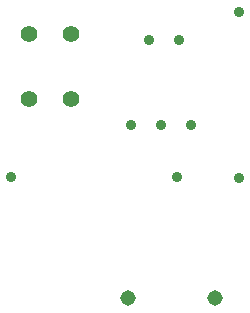
<source format=gbr>
G04 Generated by Ultiboard 14.2 *
%FSLAX34Y34*%
%MOMM*%

%ADD10C,0.0001*%
%ADD11C,0.6000*%
%ADD12C,0.8890*%
%ADD13C,1.3124*%
%ADD14C,0.9000*%
%ADD15C,1.3970*%


G04 ColorRGB 000000 for the following layer *
%LNDrill-Copper Top-Copper Bottom*%
%LPD*%
G54D11*
X30480Y901700D03*
G54D12*
X157480Y949960D03*
X132080Y949960D03*
X167640Y878005D03*
X142240Y878005D03*
X116840Y878005D03*
G54D13*
X187960Y731520D03*
X113877Y731520D03*
G54D14*
X208280Y973120D03*
X208280Y833120D03*
X15240Y833420D03*
X155240Y833420D03*
G54D15*
X65480Y900040D03*
X30480Y900040D03*
X65480Y955040D03*
X30480Y955040D03*

M02*

</source>
